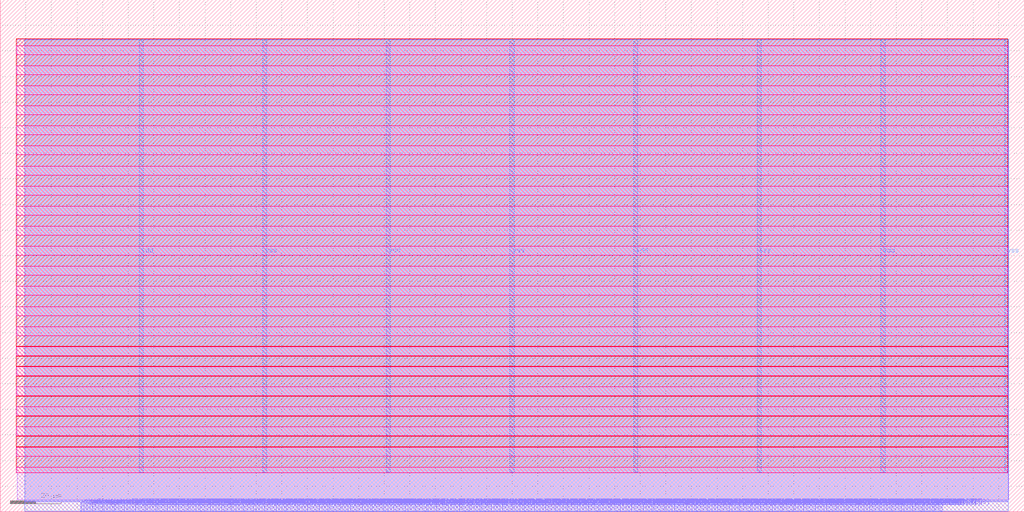
<source format=lef>
VERSION 5.7 ;
  NOWIREEXTENSIONATPIN ON ;
  DIVIDERCHAR "/" ;
  BUSBITCHARS "[]" ;
MACRO user_proj_example
  CLASS BLOCK ;
  FOREIGN user_proj_example ;
  ORIGIN 0.000 0.000 ;
  SIZE 400.000 BY 200.000 ;
  PIN irq[0]
    DIRECTION OUTPUT TRISTATE ;
    USE SIGNAL ;
    ANTENNADIFFAREA 0.360800 ;
    PORT
      LAYER Metal2 ;
        RECT 365.120 0.000 365.680 4.000 ;
    END
  END irq[0]
  PIN irq[1]
    DIRECTION OUTPUT TRISTATE ;
    USE SIGNAL ;
    ANTENNADIFFAREA 0.360800 ;
    PORT
      LAYER Metal2 ;
        RECT 366.240 0.000 366.800 4.000 ;
    END
  END irq[1]
  PIN irq[2]
    DIRECTION OUTPUT TRISTATE ;
    USE SIGNAL ;
    ANTENNADIFFAREA 0.360800 ;
    PORT
      LAYER Metal2 ;
        RECT 367.360 0.000 367.920 4.000 ;
    END
  END irq[2]
  PIN la_data_in[0]
    DIRECTION INPUT ;
    USE SIGNAL ;
    PORT
      LAYER Metal2 ;
        RECT 150.080 0.000 150.640 4.000 ;
    END
  END la_data_in[0]
  PIN la_data_in[10]
    DIRECTION INPUT ;
    USE SIGNAL ;
    PORT
      LAYER Metal2 ;
        RECT 183.680 0.000 184.240 4.000 ;
    END
  END la_data_in[10]
  PIN la_data_in[11]
    DIRECTION INPUT ;
    USE SIGNAL ;
    PORT
      LAYER Metal2 ;
        RECT 187.040 0.000 187.600 4.000 ;
    END
  END la_data_in[11]
  PIN la_data_in[12]
    DIRECTION INPUT ;
    USE SIGNAL ;
    PORT
      LAYER Metal2 ;
        RECT 190.400 0.000 190.960 4.000 ;
    END
  END la_data_in[12]
  PIN la_data_in[13]
    DIRECTION INPUT ;
    USE SIGNAL ;
    PORT
      LAYER Metal2 ;
        RECT 193.760 0.000 194.320 4.000 ;
    END
  END la_data_in[13]
  PIN la_data_in[14]
    DIRECTION INPUT ;
    USE SIGNAL ;
    PORT
      LAYER Metal2 ;
        RECT 197.120 0.000 197.680 4.000 ;
    END
  END la_data_in[14]
  PIN la_data_in[15]
    DIRECTION INPUT ;
    USE SIGNAL ;
    PORT
      LAYER Metal2 ;
        RECT 200.480 0.000 201.040 4.000 ;
    END
  END la_data_in[15]
  PIN la_data_in[16]
    DIRECTION INPUT ;
    USE SIGNAL ;
    PORT
      LAYER Metal2 ;
        RECT 203.840 0.000 204.400 4.000 ;
    END
  END la_data_in[16]
  PIN la_data_in[17]
    DIRECTION INPUT ;
    USE SIGNAL ;
    PORT
      LAYER Metal2 ;
        RECT 207.200 0.000 207.760 4.000 ;
    END
  END la_data_in[17]
  PIN la_data_in[18]
    DIRECTION INPUT ;
    USE SIGNAL ;
    PORT
      LAYER Metal2 ;
        RECT 210.560 0.000 211.120 4.000 ;
    END
  END la_data_in[18]
  PIN la_data_in[19]
    DIRECTION INPUT ;
    USE SIGNAL ;
    PORT
      LAYER Metal2 ;
        RECT 213.920 0.000 214.480 4.000 ;
    END
  END la_data_in[19]
  PIN la_data_in[1]
    DIRECTION INPUT ;
    USE SIGNAL ;
    PORT
      LAYER Metal2 ;
        RECT 153.440 0.000 154.000 4.000 ;
    END
  END la_data_in[1]
  PIN la_data_in[20]
    DIRECTION INPUT ;
    USE SIGNAL ;
    PORT
      LAYER Metal2 ;
        RECT 217.280 0.000 217.840 4.000 ;
    END
  END la_data_in[20]
  PIN la_data_in[21]
    DIRECTION INPUT ;
    USE SIGNAL ;
    PORT
      LAYER Metal2 ;
        RECT 220.640 0.000 221.200 4.000 ;
    END
  END la_data_in[21]
  PIN la_data_in[22]
    DIRECTION INPUT ;
    USE SIGNAL ;
    PORT
      LAYER Metal2 ;
        RECT 224.000 0.000 224.560 4.000 ;
    END
  END la_data_in[22]
  PIN la_data_in[23]
    DIRECTION INPUT ;
    USE SIGNAL ;
    PORT
      LAYER Metal2 ;
        RECT 227.360 0.000 227.920 4.000 ;
    END
  END la_data_in[23]
  PIN la_data_in[24]
    DIRECTION INPUT ;
    USE SIGNAL ;
    PORT
      LAYER Metal2 ;
        RECT 230.720 0.000 231.280 4.000 ;
    END
  END la_data_in[24]
  PIN la_data_in[25]
    DIRECTION INPUT ;
    USE SIGNAL ;
    PORT
      LAYER Metal2 ;
        RECT 234.080 0.000 234.640 4.000 ;
    END
  END la_data_in[25]
  PIN la_data_in[26]
    DIRECTION INPUT ;
    USE SIGNAL ;
    PORT
      LAYER Metal2 ;
        RECT 237.440 0.000 238.000 4.000 ;
    END
  END la_data_in[26]
  PIN la_data_in[27]
    DIRECTION INPUT ;
    USE SIGNAL ;
    PORT
      LAYER Metal2 ;
        RECT 240.800 0.000 241.360 4.000 ;
    END
  END la_data_in[27]
  PIN la_data_in[28]
    DIRECTION INPUT ;
    USE SIGNAL ;
    PORT
      LAYER Metal2 ;
        RECT 244.160 0.000 244.720 4.000 ;
    END
  END la_data_in[28]
  PIN la_data_in[29]
    DIRECTION INPUT ;
    USE SIGNAL ;
    PORT
      LAYER Metal2 ;
        RECT 247.520 0.000 248.080 4.000 ;
    END
  END la_data_in[29]
  PIN la_data_in[2]
    DIRECTION INPUT ;
    USE SIGNAL ;
    PORT
      LAYER Metal2 ;
        RECT 156.800 0.000 157.360 4.000 ;
    END
  END la_data_in[2]
  PIN la_data_in[30]
    DIRECTION INPUT ;
    USE SIGNAL ;
    PORT
      LAYER Metal2 ;
        RECT 250.880 0.000 251.440 4.000 ;
    END
  END la_data_in[30]
  PIN la_data_in[31]
    DIRECTION INPUT ;
    USE SIGNAL ;
    PORT
      LAYER Metal2 ;
        RECT 254.240 0.000 254.800 4.000 ;
    END
  END la_data_in[31]
  PIN la_data_in[32]
    DIRECTION INPUT ;
    USE SIGNAL ;
    PORT
      LAYER Metal2 ;
        RECT 257.600 0.000 258.160 4.000 ;
    END
  END la_data_in[32]
  PIN la_data_in[33]
    DIRECTION INPUT ;
    USE SIGNAL ;
    PORT
      LAYER Metal2 ;
        RECT 260.960 0.000 261.520 4.000 ;
    END
  END la_data_in[33]
  PIN la_data_in[34]
    DIRECTION INPUT ;
    USE SIGNAL ;
    PORT
      LAYER Metal2 ;
        RECT 264.320 0.000 264.880 4.000 ;
    END
  END la_data_in[34]
  PIN la_data_in[35]
    DIRECTION INPUT ;
    USE SIGNAL ;
    PORT
      LAYER Metal2 ;
        RECT 267.680 0.000 268.240 4.000 ;
    END
  END la_data_in[35]
  PIN la_data_in[36]
    DIRECTION INPUT ;
    USE SIGNAL ;
    PORT
      LAYER Metal2 ;
        RECT 271.040 0.000 271.600 4.000 ;
    END
  END la_data_in[36]
  PIN la_data_in[37]
    DIRECTION INPUT ;
    USE SIGNAL ;
    PORT
      LAYER Metal2 ;
        RECT 274.400 0.000 274.960 4.000 ;
    END
  END la_data_in[37]
  PIN la_data_in[38]
    DIRECTION INPUT ;
    USE SIGNAL ;
    PORT
      LAYER Metal2 ;
        RECT 277.760 0.000 278.320 4.000 ;
    END
  END la_data_in[38]
  PIN la_data_in[39]
    DIRECTION INPUT ;
    USE SIGNAL ;
    PORT
      LAYER Metal2 ;
        RECT 281.120 0.000 281.680 4.000 ;
    END
  END la_data_in[39]
  PIN la_data_in[3]
    DIRECTION INPUT ;
    USE SIGNAL ;
    PORT
      LAYER Metal2 ;
        RECT 160.160 0.000 160.720 4.000 ;
    END
  END la_data_in[3]
  PIN la_data_in[40]
    DIRECTION INPUT ;
    USE SIGNAL ;
    PORT
      LAYER Metal2 ;
        RECT 284.480 0.000 285.040 4.000 ;
    END
  END la_data_in[40]
  PIN la_data_in[41]
    DIRECTION INPUT ;
    USE SIGNAL ;
    PORT
      LAYER Metal2 ;
        RECT 287.840 0.000 288.400 4.000 ;
    END
  END la_data_in[41]
  PIN la_data_in[42]
    DIRECTION INPUT ;
    USE SIGNAL ;
    PORT
      LAYER Metal2 ;
        RECT 291.200 0.000 291.760 4.000 ;
    END
  END la_data_in[42]
  PIN la_data_in[43]
    DIRECTION INPUT ;
    USE SIGNAL ;
    PORT
      LAYER Metal2 ;
        RECT 294.560 0.000 295.120 4.000 ;
    END
  END la_data_in[43]
  PIN la_data_in[44]
    DIRECTION INPUT ;
    USE SIGNAL ;
    PORT
      LAYER Metal2 ;
        RECT 297.920 0.000 298.480 4.000 ;
    END
  END la_data_in[44]
  PIN la_data_in[45]
    DIRECTION INPUT ;
    USE SIGNAL ;
    PORT
      LAYER Metal2 ;
        RECT 301.280 0.000 301.840 4.000 ;
    END
  END la_data_in[45]
  PIN la_data_in[46]
    DIRECTION INPUT ;
    USE SIGNAL ;
    ANTENNAGATEAREA 0.396000 ;
    ANTENNADIFFAREA 0.410400 ;
    PORT
      LAYER Metal2 ;
        RECT 304.640 0.000 305.200 4.000 ;
    END
  END la_data_in[46]
  PIN la_data_in[47]
    DIRECTION INPUT ;
    USE SIGNAL ;
    ANTENNAGATEAREA 0.396000 ;
    ANTENNADIFFAREA 0.410400 ;
    PORT
      LAYER Metal2 ;
        RECT 308.000 0.000 308.560 4.000 ;
    END
  END la_data_in[47]
  PIN la_data_in[48]
    DIRECTION INPUT ;
    USE SIGNAL ;
    ANTENNAGATEAREA 0.396000 ;
    ANTENNADIFFAREA 0.410400 ;
    PORT
      LAYER Metal2 ;
        RECT 311.360 0.000 311.920 4.000 ;
    END
  END la_data_in[48]
  PIN la_data_in[49]
    DIRECTION INPUT ;
    USE SIGNAL ;
    ANTENNAGATEAREA 0.396000 ;
    ANTENNADIFFAREA 0.410400 ;
    PORT
      LAYER Metal2 ;
        RECT 314.720 0.000 315.280 4.000 ;
    END
  END la_data_in[49]
  PIN la_data_in[4]
    DIRECTION INPUT ;
    USE SIGNAL ;
    PORT
      LAYER Metal2 ;
        RECT 163.520 0.000 164.080 4.000 ;
    END
  END la_data_in[4]
  PIN la_data_in[50]
    DIRECTION INPUT ;
    USE SIGNAL ;
    ANTENNAGATEAREA 0.396000 ;
    ANTENNADIFFAREA 0.410400 ;
    PORT
      LAYER Metal2 ;
        RECT 318.080 0.000 318.640 4.000 ;
    END
  END la_data_in[50]
  PIN la_data_in[51]
    DIRECTION INPUT ;
    USE SIGNAL ;
    ANTENNAGATEAREA 0.396000 ;
    ANTENNADIFFAREA 0.410400 ;
    PORT
      LAYER Metal2 ;
        RECT 321.440 0.000 322.000 4.000 ;
    END
  END la_data_in[51]
  PIN la_data_in[52]
    DIRECTION INPUT ;
    USE SIGNAL ;
    ANTENNAGATEAREA 0.396000 ;
    ANTENNADIFFAREA 0.410400 ;
    PORT
      LAYER Metal2 ;
        RECT 324.800 0.000 325.360 4.000 ;
    END
  END la_data_in[52]
  PIN la_data_in[53]
    DIRECTION INPUT ;
    USE SIGNAL ;
    ANTENNAGATEAREA 0.396000 ;
    ANTENNADIFFAREA 0.410400 ;
    PORT
      LAYER Metal2 ;
        RECT 328.160 0.000 328.720 4.000 ;
    END
  END la_data_in[53]
  PIN la_data_in[54]
    DIRECTION INPUT ;
    USE SIGNAL ;
    ANTENNAGATEAREA 0.396000 ;
    ANTENNADIFFAREA 0.410400 ;
    PORT
      LAYER Metal2 ;
        RECT 331.520 0.000 332.080 4.000 ;
    END
  END la_data_in[54]
  PIN la_data_in[55]
    DIRECTION INPUT ;
    USE SIGNAL ;
    ANTENNAGATEAREA 0.396000 ;
    ANTENNADIFFAREA 0.410400 ;
    PORT
      LAYER Metal2 ;
        RECT 334.880 0.000 335.440 4.000 ;
    END
  END la_data_in[55]
  PIN la_data_in[56]
    DIRECTION INPUT ;
    USE SIGNAL ;
    ANTENNAGATEAREA 0.396000 ;
    ANTENNADIFFAREA 0.410400 ;
    PORT
      LAYER Metal2 ;
        RECT 338.240 0.000 338.800 4.000 ;
    END
  END la_data_in[56]
  PIN la_data_in[57]
    DIRECTION INPUT ;
    USE SIGNAL ;
    ANTENNAGATEAREA 0.396000 ;
    ANTENNADIFFAREA 0.410400 ;
    PORT
      LAYER Metal2 ;
        RECT 341.600 0.000 342.160 4.000 ;
    END
  END la_data_in[57]
  PIN la_data_in[58]
    DIRECTION INPUT ;
    USE SIGNAL ;
    ANTENNAGATEAREA 0.396000 ;
    ANTENNADIFFAREA 0.410400 ;
    PORT
      LAYER Metal2 ;
        RECT 344.960 0.000 345.520 4.000 ;
    END
  END la_data_in[58]
  PIN la_data_in[59]
    DIRECTION INPUT ;
    USE SIGNAL ;
    ANTENNAGATEAREA 0.396000 ;
    ANTENNADIFFAREA 0.410400 ;
    PORT
      LAYER Metal2 ;
        RECT 348.320 0.000 348.880 4.000 ;
    END
  END la_data_in[59]
  PIN la_data_in[5]
    DIRECTION INPUT ;
    USE SIGNAL ;
    PORT
      LAYER Metal2 ;
        RECT 166.880 0.000 167.440 4.000 ;
    END
  END la_data_in[5]
  PIN la_data_in[60]
    DIRECTION INPUT ;
    USE SIGNAL ;
    ANTENNAGATEAREA 0.396000 ;
    ANTENNADIFFAREA 0.410400 ;
    PORT
      LAYER Metal2 ;
        RECT 351.680 0.000 352.240 4.000 ;
    END
  END la_data_in[60]
  PIN la_data_in[61]
    DIRECTION INPUT ;
    USE SIGNAL ;
    ANTENNAGATEAREA 0.396000 ;
    ANTENNADIFFAREA 0.410400 ;
    PORT
      LAYER Metal2 ;
        RECT 355.040 0.000 355.600 4.000 ;
    END
  END la_data_in[61]
  PIN la_data_in[62]
    DIRECTION INPUT ;
    USE SIGNAL ;
    ANTENNAGATEAREA 0.741000 ;
    ANTENNADIFFAREA 0.410400 ;
    PORT
      LAYER Metal2 ;
        RECT 358.400 0.000 358.960 4.000 ;
    END
  END la_data_in[62]
  PIN la_data_in[63]
    DIRECTION INPUT ;
    USE SIGNAL ;
    ANTENNAGATEAREA 0.396000 ;
    ANTENNADIFFAREA 0.410400 ;
    PORT
      LAYER Metal2 ;
        RECT 361.760 0.000 362.320 4.000 ;
    END
  END la_data_in[63]
  PIN la_data_in[6]
    DIRECTION INPUT ;
    USE SIGNAL ;
    PORT
      LAYER Metal2 ;
        RECT 170.240 0.000 170.800 4.000 ;
    END
  END la_data_in[6]
  PIN la_data_in[7]
    DIRECTION INPUT ;
    USE SIGNAL ;
    PORT
      LAYER Metal2 ;
        RECT 173.600 0.000 174.160 4.000 ;
    END
  END la_data_in[7]
  PIN la_data_in[8]
    DIRECTION INPUT ;
    USE SIGNAL ;
    PORT
      LAYER Metal2 ;
        RECT 176.960 0.000 177.520 4.000 ;
    END
  END la_data_in[8]
  PIN la_data_in[9]
    DIRECTION INPUT ;
    USE SIGNAL ;
    PORT
      LAYER Metal2 ;
        RECT 180.320 0.000 180.880 4.000 ;
    END
  END la_data_in[9]
  PIN la_data_out[0]
    DIRECTION OUTPUT TRISTATE ;
    USE SIGNAL ;
    ANTENNADIFFAREA 4.731200 ;
    PORT
      LAYER Metal2 ;
        RECT 151.200 0.000 151.760 4.000 ;
    END
  END la_data_out[0]
  PIN la_data_out[10]
    DIRECTION OUTPUT TRISTATE ;
    USE SIGNAL ;
    ANTENNADIFFAREA 4.731200 ;
    PORT
      LAYER Metal2 ;
        RECT 184.800 0.000 185.360 4.000 ;
    END
  END la_data_out[10]
  PIN la_data_out[11]
    DIRECTION OUTPUT TRISTATE ;
    USE SIGNAL ;
    ANTENNADIFFAREA 4.731200 ;
    PORT
      LAYER Metal2 ;
        RECT 188.160 0.000 188.720 4.000 ;
    END
  END la_data_out[11]
  PIN la_data_out[12]
    DIRECTION OUTPUT TRISTATE ;
    USE SIGNAL ;
    ANTENNADIFFAREA 4.731200 ;
    PORT
      LAYER Metal2 ;
        RECT 191.520 0.000 192.080 4.000 ;
    END
  END la_data_out[12]
  PIN la_data_out[13]
    DIRECTION OUTPUT TRISTATE ;
    USE SIGNAL ;
    ANTENNADIFFAREA 4.731200 ;
    PORT
      LAYER Metal2 ;
        RECT 194.880 0.000 195.440 4.000 ;
    END
  END la_data_out[13]
  PIN la_data_out[14]
    DIRECTION OUTPUT TRISTATE ;
    USE SIGNAL ;
    ANTENNADIFFAREA 4.731200 ;
    PORT
      LAYER Metal2 ;
        RECT 198.240 0.000 198.800 4.000 ;
    END
  END la_data_out[14]
  PIN la_data_out[15]
    DIRECTION OUTPUT TRISTATE ;
    USE SIGNAL ;
    ANTENNADIFFAREA 4.731200 ;
    PORT
      LAYER Metal2 ;
        RECT 201.600 0.000 202.160 4.000 ;
    END
  END la_data_out[15]
  PIN la_data_out[16]
    DIRECTION OUTPUT TRISTATE ;
    USE SIGNAL ;
    ANTENNADIFFAREA 0.360800 ;
    PORT
      LAYER Metal2 ;
        RECT 204.960 0.000 205.520 4.000 ;
    END
  END la_data_out[16]
  PIN la_data_out[17]
    DIRECTION OUTPUT TRISTATE ;
    USE SIGNAL ;
    ANTENNADIFFAREA 0.360800 ;
    PORT
      LAYER Metal2 ;
        RECT 208.320 0.000 208.880 4.000 ;
    END
  END la_data_out[17]
  PIN la_data_out[18]
    DIRECTION OUTPUT TRISTATE ;
    USE SIGNAL ;
    ANTENNADIFFAREA 0.360800 ;
    PORT
      LAYER Metal2 ;
        RECT 211.680 0.000 212.240 4.000 ;
    END
  END la_data_out[18]
  PIN la_data_out[19]
    DIRECTION OUTPUT TRISTATE ;
    USE SIGNAL ;
    ANTENNADIFFAREA 0.360800 ;
    PORT
      LAYER Metal2 ;
        RECT 215.040 0.000 215.600 4.000 ;
    END
  END la_data_out[19]
  PIN la_data_out[1]
    DIRECTION OUTPUT TRISTATE ;
    USE SIGNAL ;
    ANTENNADIFFAREA 4.731200 ;
    PORT
      LAYER Metal2 ;
        RECT 154.560 0.000 155.120 4.000 ;
    END
  END la_data_out[1]
  PIN la_data_out[20]
    DIRECTION OUTPUT TRISTATE ;
    USE SIGNAL ;
    ANTENNADIFFAREA 0.360800 ;
    PORT
      LAYER Metal2 ;
        RECT 218.400 0.000 218.960 4.000 ;
    END
  END la_data_out[20]
  PIN la_data_out[21]
    DIRECTION OUTPUT TRISTATE ;
    USE SIGNAL ;
    ANTENNADIFFAREA 0.360800 ;
    PORT
      LAYER Metal2 ;
        RECT 221.760 0.000 222.320 4.000 ;
    END
  END la_data_out[21]
  PIN la_data_out[22]
    DIRECTION OUTPUT TRISTATE ;
    USE SIGNAL ;
    ANTENNADIFFAREA 0.360800 ;
    PORT
      LAYER Metal2 ;
        RECT 225.120 0.000 225.680 4.000 ;
    END
  END la_data_out[22]
  PIN la_data_out[23]
    DIRECTION OUTPUT TRISTATE ;
    USE SIGNAL ;
    ANTENNADIFFAREA 0.360800 ;
    PORT
      LAYER Metal2 ;
        RECT 228.480 0.000 229.040 4.000 ;
    END
  END la_data_out[23]
  PIN la_data_out[24]
    DIRECTION OUTPUT TRISTATE ;
    USE SIGNAL ;
    ANTENNADIFFAREA 0.360800 ;
    PORT
      LAYER Metal2 ;
        RECT 231.840 0.000 232.400 4.000 ;
    END
  END la_data_out[24]
  PIN la_data_out[25]
    DIRECTION OUTPUT TRISTATE ;
    USE SIGNAL ;
    ANTENNADIFFAREA 0.360800 ;
    PORT
      LAYER Metal2 ;
        RECT 235.200 0.000 235.760 4.000 ;
    END
  END la_data_out[25]
  PIN la_data_out[26]
    DIRECTION OUTPUT TRISTATE ;
    USE SIGNAL ;
    ANTENNADIFFAREA 0.360800 ;
    PORT
      LAYER Metal2 ;
        RECT 238.560 0.000 239.120 4.000 ;
    END
  END la_data_out[26]
  PIN la_data_out[27]
    DIRECTION OUTPUT TRISTATE ;
    USE SIGNAL ;
    ANTENNADIFFAREA 0.360800 ;
    PORT
      LAYER Metal2 ;
        RECT 241.920 0.000 242.480 4.000 ;
    END
  END la_data_out[27]
  PIN la_data_out[28]
    DIRECTION OUTPUT TRISTATE ;
    USE SIGNAL ;
    ANTENNADIFFAREA 0.360800 ;
    PORT
      LAYER Metal2 ;
        RECT 245.280 0.000 245.840 4.000 ;
    END
  END la_data_out[28]
  PIN la_data_out[29]
    DIRECTION OUTPUT TRISTATE ;
    USE SIGNAL ;
    ANTENNADIFFAREA 0.360800 ;
    PORT
      LAYER Metal2 ;
        RECT 248.640 0.000 249.200 4.000 ;
    END
  END la_data_out[29]
  PIN la_data_out[2]
    DIRECTION OUTPUT TRISTATE ;
    USE SIGNAL ;
    ANTENNADIFFAREA 4.731200 ;
    PORT
      LAYER Metal2 ;
        RECT 157.920 0.000 158.480 4.000 ;
    END
  END la_data_out[2]
  PIN la_data_out[30]
    DIRECTION OUTPUT TRISTATE ;
    USE SIGNAL ;
    ANTENNADIFFAREA 0.360800 ;
    PORT
      LAYER Metal2 ;
        RECT 252.000 0.000 252.560 4.000 ;
    END
  END la_data_out[30]
  PIN la_data_out[31]
    DIRECTION OUTPUT TRISTATE ;
    USE SIGNAL ;
    ANTENNADIFFAREA 0.360800 ;
    PORT
      LAYER Metal2 ;
        RECT 255.360 0.000 255.920 4.000 ;
    END
  END la_data_out[31]
  PIN la_data_out[32]
    DIRECTION OUTPUT TRISTATE ;
    USE SIGNAL ;
    ANTENNADIFFAREA 0.360800 ;
    PORT
      LAYER Metal2 ;
        RECT 258.720 0.000 259.280 4.000 ;
    END
  END la_data_out[32]
  PIN la_data_out[33]
    DIRECTION OUTPUT TRISTATE ;
    USE SIGNAL ;
    ANTENNADIFFAREA 0.360800 ;
    PORT
      LAYER Metal2 ;
        RECT 262.080 0.000 262.640 4.000 ;
    END
  END la_data_out[33]
  PIN la_data_out[34]
    DIRECTION OUTPUT TRISTATE ;
    USE SIGNAL ;
    ANTENNADIFFAREA 0.360800 ;
    PORT
      LAYER Metal2 ;
        RECT 265.440 0.000 266.000 4.000 ;
    END
  END la_data_out[34]
  PIN la_data_out[35]
    DIRECTION OUTPUT TRISTATE ;
    USE SIGNAL ;
    ANTENNADIFFAREA 0.360800 ;
    PORT
      LAYER Metal2 ;
        RECT 268.800 0.000 269.360 4.000 ;
    END
  END la_data_out[35]
  PIN la_data_out[36]
    DIRECTION OUTPUT TRISTATE ;
    USE SIGNAL ;
    ANTENNADIFFAREA 0.360800 ;
    PORT
      LAYER Metal2 ;
        RECT 272.160 0.000 272.720 4.000 ;
    END
  END la_data_out[36]
  PIN la_data_out[37]
    DIRECTION OUTPUT TRISTATE ;
    USE SIGNAL ;
    ANTENNADIFFAREA 0.360800 ;
    PORT
      LAYER Metal2 ;
        RECT 275.520 0.000 276.080 4.000 ;
    END
  END la_data_out[37]
  PIN la_data_out[38]
    DIRECTION OUTPUT TRISTATE ;
    USE SIGNAL ;
    ANTENNADIFFAREA 0.360800 ;
    PORT
      LAYER Metal2 ;
        RECT 278.880 0.000 279.440 4.000 ;
    END
  END la_data_out[38]
  PIN la_data_out[39]
    DIRECTION OUTPUT TRISTATE ;
    USE SIGNAL ;
    ANTENNADIFFAREA 0.360800 ;
    PORT
      LAYER Metal2 ;
        RECT 282.240 0.000 282.800 4.000 ;
    END
  END la_data_out[39]
  PIN la_data_out[3]
    DIRECTION OUTPUT TRISTATE ;
    USE SIGNAL ;
    ANTENNADIFFAREA 4.731200 ;
    PORT
      LAYER Metal2 ;
        RECT 161.280 0.000 161.840 4.000 ;
    END
  END la_data_out[3]
  PIN la_data_out[40]
    DIRECTION OUTPUT TRISTATE ;
    USE SIGNAL ;
    ANTENNADIFFAREA 0.360800 ;
    PORT
      LAYER Metal2 ;
        RECT 285.600 0.000 286.160 4.000 ;
    END
  END la_data_out[40]
  PIN la_data_out[41]
    DIRECTION OUTPUT TRISTATE ;
    USE SIGNAL ;
    ANTENNADIFFAREA 0.360800 ;
    PORT
      LAYER Metal2 ;
        RECT 288.960 0.000 289.520 4.000 ;
    END
  END la_data_out[41]
  PIN la_data_out[42]
    DIRECTION OUTPUT TRISTATE ;
    USE SIGNAL ;
    ANTENNADIFFAREA 0.360800 ;
    PORT
      LAYER Metal2 ;
        RECT 292.320 0.000 292.880 4.000 ;
    END
  END la_data_out[42]
  PIN la_data_out[43]
    DIRECTION OUTPUT TRISTATE ;
    USE SIGNAL ;
    ANTENNADIFFAREA 0.360800 ;
    PORT
      LAYER Metal2 ;
        RECT 295.680 0.000 296.240 4.000 ;
    END
  END la_data_out[43]
  PIN la_data_out[44]
    DIRECTION OUTPUT TRISTATE ;
    USE SIGNAL ;
    ANTENNADIFFAREA 0.360800 ;
    PORT
      LAYER Metal2 ;
        RECT 299.040 0.000 299.600 4.000 ;
    END
  END la_data_out[44]
  PIN la_data_out[45]
    DIRECTION OUTPUT TRISTATE ;
    USE SIGNAL ;
    ANTENNADIFFAREA 0.360800 ;
    PORT
      LAYER Metal2 ;
        RECT 302.400 0.000 302.960 4.000 ;
    END
  END la_data_out[45]
  PIN la_data_out[46]
    DIRECTION OUTPUT TRISTATE ;
    USE SIGNAL ;
    ANTENNADIFFAREA 0.360800 ;
    PORT
      LAYER Metal2 ;
        RECT 305.760 0.000 306.320 4.000 ;
    END
  END la_data_out[46]
  PIN la_data_out[47]
    DIRECTION OUTPUT TRISTATE ;
    USE SIGNAL ;
    ANTENNADIFFAREA 0.360800 ;
    PORT
      LAYER Metal2 ;
        RECT 309.120 0.000 309.680 4.000 ;
    END
  END la_data_out[47]
  PIN la_data_out[48]
    DIRECTION OUTPUT TRISTATE ;
    USE SIGNAL ;
    ANTENNADIFFAREA 0.360800 ;
    PORT
      LAYER Metal2 ;
        RECT 312.480 0.000 313.040 4.000 ;
    END
  END la_data_out[48]
  PIN la_data_out[49]
    DIRECTION OUTPUT TRISTATE ;
    USE SIGNAL ;
    ANTENNADIFFAREA 0.360800 ;
    PORT
      LAYER Metal2 ;
        RECT 315.840 0.000 316.400 4.000 ;
    END
  END la_data_out[49]
  PIN la_data_out[4]
    DIRECTION OUTPUT TRISTATE ;
    USE SIGNAL ;
    ANTENNADIFFAREA 4.731200 ;
    PORT
      LAYER Metal2 ;
        RECT 164.640 0.000 165.200 4.000 ;
    END
  END la_data_out[4]
  PIN la_data_out[50]
    DIRECTION OUTPUT TRISTATE ;
    USE SIGNAL ;
    ANTENNADIFFAREA 0.360800 ;
    PORT
      LAYER Metal2 ;
        RECT 319.200 0.000 319.760 4.000 ;
    END
  END la_data_out[50]
  PIN la_data_out[51]
    DIRECTION OUTPUT TRISTATE ;
    USE SIGNAL ;
    ANTENNADIFFAREA 0.360800 ;
    PORT
      LAYER Metal2 ;
        RECT 322.560 0.000 323.120 4.000 ;
    END
  END la_data_out[51]
  PIN la_data_out[52]
    DIRECTION OUTPUT TRISTATE ;
    USE SIGNAL ;
    ANTENNADIFFAREA 0.360800 ;
    PORT
      LAYER Metal2 ;
        RECT 325.920 0.000 326.480 4.000 ;
    END
  END la_data_out[52]
  PIN la_data_out[53]
    DIRECTION OUTPUT TRISTATE ;
    USE SIGNAL ;
    ANTENNADIFFAREA 0.360800 ;
    PORT
      LAYER Metal2 ;
        RECT 329.280 0.000 329.840 4.000 ;
    END
  END la_data_out[53]
  PIN la_data_out[54]
    DIRECTION OUTPUT TRISTATE ;
    USE SIGNAL ;
    ANTENNADIFFAREA 0.360800 ;
    PORT
      LAYER Metal2 ;
        RECT 332.640 0.000 333.200 4.000 ;
    END
  END la_data_out[54]
  PIN la_data_out[55]
    DIRECTION OUTPUT TRISTATE ;
    USE SIGNAL ;
    ANTENNADIFFAREA 0.360800 ;
    PORT
      LAYER Metal2 ;
        RECT 336.000 0.000 336.560 4.000 ;
    END
  END la_data_out[55]
  PIN la_data_out[56]
    DIRECTION OUTPUT TRISTATE ;
    USE SIGNAL ;
    ANTENNADIFFAREA 0.360800 ;
    PORT
      LAYER Metal2 ;
        RECT 339.360 0.000 339.920 4.000 ;
    END
  END la_data_out[56]
  PIN la_data_out[57]
    DIRECTION OUTPUT TRISTATE ;
    USE SIGNAL ;
    ANTENNADIFFAREA 0.360800 ;
    PORT
      LAYER Metal2 ;
        RECT 342.720 0.000 343.280 4.000 ;
    END
  END la_data_out[57]
  PIN la_data_out[58]
    DIRECTION OUTPUT TRISTATE ;
    USE SIGNAL ;
    ANTENNADIFFAREA 0.360800 ;
    PORT
      LAYER Metal2 ;
        RECT 346.080 0.000 346.640 4.000 ;
    END
  END la_data_out[58]
  PIN la_data_out[59]
    DIRECTION OUTPUT TRISTATE ;
    USE SIGNAL ;
    ANTENNADIFFAREA 0.360800 ;
    PORT
      LAYER Metal2 ;
        RECT 349.440 0.000 350.000 4.000 ;
    END
  END la_data_out[59]
  PIN la_data_out[5]
    DIRECTION OUTPUT TRISTATE ;
    USE SIGNAL ;
    ANTENNADIFFAREA 4.731200 ;
    PORT
      LAYER Metal2 ;
        RECT 168.000 0.000 168.560 4.000 ;
    END
  END la_data_out[5]
  PIN la_data_out[60]
    DIRECTION OUTPUT TRISTATE ;
    USE SIGNAL ;
    ANTENNADIFFAREA 0.360800 ;
    PORT
      LAYER Metal2 ;
        RECT 352.800 0.000 353.360 4.000 ;
    END
  END la_data_out[60]
  PIN la_data_out[61]
    DIRECTION OUTPUT TRISTATE ;
    USE SIGNAL ;
    ANTENNADIFFAREA 0.360800 ;
    PORT
      LAYER Metal2 ;
        RECT 356.160 0.000 356.720 4.000 ;
    END
  END la_data_out[61]
  PIN la_data_out[62]
    DIRECTION OUTPUT TRISTATE ;
    USE SIGNAL ;
    ANTENNADIFFAREA 0.360800 ;
    PORT
      LAYER Metal2 ;
        RECT 359.520 0.000 360.080 4.000 ;
    END
  END la_data_out[62]
  PIN la_data_out[63]
    DIRECTION OUTPUT TRISTATE ;
    USE SIGNAL ;
    ANTENNADIFFAREA 0.360800 ;
    PORT
      LAYER Metal2 ;
        RECT 362.880 0.000 363.440 4.000 ;
    END
  END la_data_out[63]
  PIN la_data_out[6]
    DIRECTION OUTPUT TRISTATE ;
    USE SIGNAL ;
    ANTENNADIFFAREA 4.731200 ;
    PORT
      LAYER Metal2 ;
        RECT 171.360 0.000 171.920 4.000 ;
    END
  END la_data_out[6]
  PIN la_data_out[7]
    DIRECTION OUTPUT TRISTATE ;
    USE SIGNAL ;
    ANTENNADIFFAREA 4.731200 ;
    PORT
      LAYER Metal2 ;
        RECT 174.720 0.000 175.280 4.000 ;
    END
  END la_data_out[7]
  PIN la_data_out[8]
    DIRECTION OUTPUT TRISTATE ;
    USE SIGNAL ;
    ANTENNADIFFAREA 4.731200 ;
    PORT
      LAYER Metal2 ;
        RECT 178.080 0.000 178.640 4.000 ;
    END
  END la_data_out[8]
  PIN la_data_out[9]
    DIRECTION OUTPUT TRISTATE ;
    USE SIGNAL ;
    ANTENNADIFFAREA 4.731200 ;
    PORT
      LAYER Metal2 ;
        RECT 181.440 0.000 182.000 4.000 ;
    END
  END la_data_out[9]
  PIN la_oenb[0]
    DIRECTION INPUT ;
    USE SIGNAL ;
    PORT
      LAYER Metal2 ;
        RECT 152.320 0.000 152.880 4.000 ;
    END
  END la_oenb[0]
  PIN la_oenb[10]
    DIRECTION INPUT ;
    USE SIGNAL ;
    PORT
      LAYER Metal2 ;
        RECT 185.920 0.000 186.480 4.000 ;
    END
  END la_oenb[10]
  PIN la_oenb[11]
    DIRECTION INPUT ;
    USE SIGNAL ;
    PORT
      LAYER Metal2 ;
        RECT 189.280 0.000 189.840 4.000 ;
    END
  END la_oenb[11]
  PIN la_oenb[12]
    DIRECTION INPUT ;
    USE SIGNAL ;
    PORT
      LAYER Metal2 ;
        RECT 192.640 0.000 193.200 4.000 ;
    END
  END la_oenb[12]
  PIN la_oenb[13]
    DIRECTION INPUT ;
    USE SIGNAL ;
    PORT
      LAYER Metal2 ;
        RECT 196.000 0.000 196.560 4.000 ;
    END
  END la_oenb[13]
  PIN la_oenb[14]
    DIRECTION INPUT ;
    USE SIGNAL ;
    PORT
      LAYER Metal2 ;
        RECT 199.360 0.000 199.920 4.000 ;
    END
  END la_oenb[14]
  PIN la_oenb[15]
    DIRECTION INPUT ;
    USE SIGNAL ;
    PORT
      LAYER Metal2 ;
        RECT 202.720 0.000 203.280 4.000 ;
    END
  END la_oenb[15]
  PIN la_oenb[16]
    DIRECTION INPUT ;
    USE SIGNAL ;
    PORT
      LAYER Metal2 ;
        RECT 206.080 0.000 206.640 4.000 ;
    END
  END la_oenb[16]
  PIN la_oenb[17]
    DIRECTION INPUT ;
    USE SIGNAL ;
    PORT
      LAYER Metal2 ;
        RECT 209.440 0.000 210.000 4.000 ;
    END
  END la_oenb[17]
  PIN la_oenb[18]
    DIRECTION INPUT ;
    USE SIGNAL ;
    PORT
      LAYER Metal2 ;
        RECT 212.800 0.000 213.360 4.000 ;
    END
  END la_oenb[18]
  PIN la_oenb[19]
    DIRECTION INPUT ;
    USE SIGNAL ;
    PORT
      LAYER Metal2 ;
        RECT 216.160 0.000 216.720 4.000 ;
    END
  END la_oenb[19]
  PIN la_oenb[1]
    DIRECTION INPUT ;
    USE SIGNAL ;
    PORT
      LAYER Metal2 ;
        RECT 155.680 0.000 156.240 4.000 ;
    END
  END la_oenb[1]
  PIN la_oenb[20]
    DIRECTION INPUT ;
    USE SIGNAL ;
    PORT
      LAYER Metal2 ;
        RECT 219.520 0.000 220.080 4.000 ;
    END
  END la_oenb[20]
  PIN la_oenb[21]
    DIRECTION INPUT ;
    USE SIGNAL ;
    PORT
      LAYER Metal2 ;
        RECT 222.880 0.000 223.440 4.000 ;
    END
  END la_oenb[21]
  PIN la_oenb[22]
    DIRECTION INPUT ;
    USE SIGNAL ;
    PORT
      LAYER Metal2 ;
        RECT 226.240 0.000 226.800 4.000 ;
    END
  END la_oenb[22]
  PIN la_oenb[23]
    DIRECTION INPUT ;
    USE SIGNAL ;
    PORT
      LAYER Metal2 ;
        RECT 229.600 0.000 230.160 4.000 ;
    END
  END la_oenb[23]
  PIN la_oenb[24]
    DIRECTION INPUT ;
    USE SIGNAL ;
    PORT
      LAYER Metal2 ;
        RECT 232.960 0.000 233.520 4.000 ;
    END
  END la_oenb[24]
  PIN la_oenb[25]
    DIRECTION INPUT ;
    USE SIGNAL ;
    PORT
      LAYER Metal2 ;
        RECT 236.320 0.000 236.880 4.000 ;
    END
  END la_oenb[25]
  PIN la_oenb[26]
    DIRECTION INPUT ;
    USE SIGNAL ;
    PORT
      LAYER Metal2 ;
        RECT 239.680 0.000 240.240 4.000 ;
    END
  END la_oenb[26]
  PIN la_oenb[27]
    DIRECTION INPUT ;
    USE SIGNAL ;
    PORT
      LAYER Metal2 ;
        RECT 243.040 0.000 243.600 4.000 ;
    END
  END la_oenb[27]
  PIN la_oenb[28]
    DIRECTION INPUT ;
    USE SIGNAL ;
    PORT
      LAYER Metal2 ;
        RECT 246.400 0.000 246.960 4.000 ;
    END
  END la_oenb[28]
  PIN la_oenb[29]
    DIRECTION INPUT ;
    USE SIGNAL ;
    PORT
      LAYER Metal2 ;
        RECT 249.760 0.000 250.320 4.000 ;
    END
  END la_oenb[29]
  PIN la_oenb[2]
    DIRECTION INPUT ;
    USE SIGNAL ;
    PORT
      LAYER Metal2 ;
        RECT 159.040 0.000 159.600 4.000 ;
    END
  END la_oenb[2]
  PIN la_oenb[30]
    DIRECTION INPUT ;
    USE SIGNAL ;
    PORT
      LAYER Metal2 ;
        RECT 253.120 0.000 253.680 4.000 ;
    END
  END la_oenb[30]
  PIN la_oenb[31]
    DIRECTION INPUT ;
    USE SIGNAL ;
    PORT
      LAYER Metal2 ;
        RECT 256.480 0.000 257.040 4.000 ;
    END
  END la_oenb[31]
  PIN la_oenb[32]
    DIRECTION INPUT ;
    USE SIGNAL ;
    PORT
      LAYER Metal2 ;
        RECT 259.840 0.000 260.400 4.000 ;
    END
  END la_oenb[32]
  PIN la_oenb[33]
    DIRECTION INPUT ;
    USE SIGNAL ;
    PORT
      LAYER Metal2 ;
        RECT 263.200 0.000 263.760 4.000 ;
    END
  END la_oenb[33]
  PIN la_oenb[34]
    DIRECTION INPUT ;
    USE SIGNAL ;
    PORT
      LAYER Metal2 ;
        RECT 266.560 0.000 267.120 4.000 ;
    END
  END la_oenb[34]
  PIN la_oenb[35]
    DIRECTION INPUT ;
    USE SIGNAL ;
    PORT
      LAYER Metal2 ;
        RECT 269.920 0.000 270.480 4.000 ;
    END
  END la_oenb[35]
  PIN la_oenb[36]
    DIRECTION INPUT ;
    USE SIGNAL ;
    PORT
      LAYER Metal2 ;
        RECT 273.280 0.000 273.840 4.000 ;
    END
  END la_oenb[36]
  PIN la_oenb[37]
    DIRECTION INPUT ;
    USE SIGNAL ;
    PORT
      LAYER Metal2 ;
        RECT 276.640 0.000 277.200 4.000 ;
    END
  END la_oenb[37]
  PIN la_oenb[38]
    DIRECTION INPUT ;
    USE SIGNAL ;
    PORT
      LAYER Metal2 ;
        RECT 280.000 0.000 280.560 4.000 ;
    END
  END la_oenb[38]
  PIN la_oenb[39]
    DIRECTION INPUT ;
    USE SIGNAL ;
    PORT
      LAYER Metal2 ;
        RECT 283.360 0.000 283.920 4.000 ;
    END
  END la_oenb[39]
  PIN la_oenb[3]
    DIRECTION INPUT ;
    USE SIGNAL ;
    PORT
      LAYER Metal2 ;
        RECT 162.400 0.000 162.960 4.000 ;
    END
  END la_oenb[3]
  PIN la_oenb[40]
    DIRECTION INPUT ;
    USE SIGNAL ;
    PORT
      LAYER Metal2 ;
        RECT 286.720 0.000 287.280 4.000 ;
    END
  END la_oenb[40]
  PIN la_oenb[41]
    DIRECTION INPUT ;
    USE SIGNAL ;
    PORT
      LAYER Metal2 ;
        RECT 290.080 0.000 290.640 4.000 ;
    END
  END la_oenb[41]
  PIN la_oenb[42]
    DIRECTION INPUT ;
    USE SIGNAL ;
    PORT
      LAYER Metal2 ;
        RECT 293.440 0.000 294.000 4.000 ;
    END
  END la_oenb[42]
  PIN la_oenb[43]
    DIRECTION INPUT ;
    USE SIGNAL ;
    PORT
      LAYER Metal2 ;
        RECT 296.800 0.000 297.360 4.000 ;
    END
  END la_oenb[43]
  PIN la_oenb[44]
    DIRECTION INPUT ;
    USE SIGNAL ;
    PORT
      LAYER Metal2 ;
        RECT 300.160 0.000 300.720 4.000 ;
    END
  END la_oenb[44]
  PIN la_oenb[45]
    DIRECTION INPUT ;
    USE SIGNAL ;
    PORT
      LAYER Metal2 ;
        RECT 303.520 0.000 304.080 4.000 ;
    END
  END la_oenb[45]
  PIN la_oenb[46]
    DIRECTION INPUT ;
    USE SIGNAL ;
    ANTENNAGATEAREA 0.396000 ;
    ANTENNADIFFAREA 0.410400 ;
    PORT
      LAYER Metal2 ;
        RECT 306.880 0.000 307.440 4.000 ;
    END
  END la_oenb[46]
  PIN la_oenb[47]
    DIRECTION INPUT ;
    USE SIGNAL ;
    ANTENNAGATEAREA 0.396000 ;
    ANTENNADIFFAREA 0.410400 ;
    PORT
      LAYER Metal2 ;
        RECT 310.240 0.000 310.800 4.000 ;
    END
  END la_oenb[47]
  PIN la_oenb[48]
    DIRECTION INPUT ;
    USE SIGNAL ;
    ANTENNAGATEAREA 0.396000 ;
    ANTENNADIFFAREA 0.410400 ;
    PORT
      LAYER Metal2 ;
        RECT 313.600 0.000 314.160 4.000 ;
    END
  END la_oenb[48]
  PIN la_oenb[49]
    DIRECTION INPUT ;
    USE SIGNAL ;
    ANTENNAGATEAREA 0.396000 ;
    ANTENNADIFFAREA 0.410400 ;
    PORT
      LAYER Metal2 ;
        RECT 316.960 0.000 317.520 4.000 ;
    END
  END la_oenb[49]
  PIN la_oenb[4]
    DIRECTION INPUT ;
    USE SIGNAL ;
    PORT
      LAYER Metal2 ;
        RECT 165.760 0.000 166.320 4.000 ;
    END
  END la_oenb[4]
  PIN la_oenb[50]
    DIRECTION INPUT ;
    USE SIGNAL ;
    ANTENNAGATEAREA 0.396000 ;
    ANTENNADIFFAREA 0.410400 ;
    PORT
      LAYER Metal2 ;
        RECT 320.320 0.000 320.880 4.000 ;
    END
  END la_oenb[50]
  PIN la_oenb[51]
    DIRECTION INPUT ;
    USE SIGNAL ;
    ANTENNAGATEAREA 0.396000 ;
    ANTENNADIFFAREA 0.410400 ;
    PORT
      LAYER Metal2 ;
        RECT 323.680 0.000 324.240 4.000 ;
    END
  END la_oenb[51]
  PIN la_oenb[52]
    DIRECTION INPUT ;
    USE SIGNAL ;
    ANTENNAGATEAREA 0.396000 ;
    ANTENNADIFFAREA 0.410400 ;
    PORT
      LAYER Metal2 ;
        RECT 327.040 0.000 327.600 4.000 ;
    END
  END la_oenb[52]
  PIN la_oenb[53]
    DIRECTION INPUT ;
    USE SIGNAL ;
    ANTENNAGATEAREA 0.396000 ;
    ANTENNADIFFAREA 0.410400 ;
    PORT
      LAYER Metal2 ;
        RECT 330.400 0.000 330.960 4.000 ;
    END
  END la_oenb[53]
  PIN la_oenb[54]
    DIRECTION INPUT ;
    USE SIGNAL ;
    ANTENNAGATEAREA 0.396000 ;
    ANTENNADIFFAREA 0.410400 ;
    PORT
      LAYER Metal2 ;
        RECT 333.760 0.000 334.320 4.000 ;
    END
  END la_oenb[54]
  PIN la_oenb[55]
    DIRECTION INPUT ;
    USE SIGNAL ;
    ANTENNAGATEAREA 0.396000 ;
    ANTENNADIFFAREA 0.410400 ;
    PORT
      LAYER Metal2 ;
        RECT 337.120 0.000 337.680 4.000 ;
    END
  END la_oenb[55]
  PIN la_oenb[56]
    DIRECTION INPUT ;
    USE SIGNAL ;
    ANTENNAGATEAREA 0.396000 ;
    ANTENNADIFFAREA 0.410400 ;
    PORT
      LAYER Metal2 ;
        RECT 340.480 0.000 341.040 4.000 ;
    END
  END la_oenb[56]
  PIN la_oenb[57]
    DIRECTION INPUT ;
    USE SIGNAL ;
    ANTENNAGATEAREA 0.396000 ;
    ANTENNADIFFAREA 0.410400 ;
    PORT
      LAYER Metal2 ;
        RECT 343.840 0.000 344.400 4.000 ;
    END
  END la_oenb[57]
  PIN la_oenb[58]
    DIRECTION INPUT ;
    USE SIGNAL ;
    ANTENNAGATEAREA 0.396000 ;
    ANTENNADIFFAREA 0.410400 ;
    PORT
      LAYER Metal2 ;
        RECT 347.200 0.000 347.760 4.000 ;
    END
  END la_oenb[58]
  PIN la_oenb[59]
    DIRECTION INPUT ;
    USE SIGNAL ;
    ANTENNAGATEAREA 0.396000 ;
    ANTENNADIFFAREA 0.410400 ;
    PORT
      LAYER Metal2 ;
        RECT 350.560 0.000 351.120 4.000 ;
    END
  END la_oenb[59]
  PIN la_oenb[5]
    DIRECTION INPUT ;
    USE SIGNAL ;
    PORT
      LAYER Metal2 ;
        RECT 169.120 0.000 169.680 4.000 ;
    END
  END la_oenb[5]
  PIN la_oenb[60]
    DIRECTION INPUT ;
    USE SIGNAL ;
    ANTENNAGATEAREA 0.396000 ;
    ANTENNADIFFAREA 0.410400 ;
    PORT
      LAYER Metal2 ;
        RECT 353.920 0.000 354.480 4.000 ;
    END
  END la_oenb[60]
  PIN la_oenb[61]
    DIRECTION INPUT ;
    USE SIGNAL ;
    ANTENNAGATEAREA 0.396000 ;
    ANTENNADIFFAREA 0.410400 ;
    PORT
      LAYER Metal2 ;
        RECT 357.280 0.000 357.840 4.000 ;
    END
  END la_oenb[61]
  PIN la_oenb[62]
    DIRECTION INPUT ;
    USE SIGNAL ;
    ANTENNAGATEAREA 0.741000 ;
    ANTENNADIFFAREA 0.410400 ;
    PORT
      LAYER Metal2 ;
        RECT 360.640 0.000 361.200 4.000 ;
    END
  END la_oenb[62]
  PIN la_oenb[63]
    DIRECTION INPUT ;
    USE SIGNAL ;
    ANTENNAGATEAREA 0.396000 ;
    ANTENNADIFFAREA 0.410400 ;
    PORT
      LAYER Metal2 ;
        RECT 364.000 0.000 364.560 4.000 ;
    END
  END la_oenb[63]
  PIN la_oenb[6]
    DIRECTION INPUT ;
    USE SIGNAL ;
    PORT
      LAYER Metal2 ;
        RECT 172.480 0.000 173.040 4.000 ;
    END
  END la_oenb[6]
  PIN la_oenb[7]
    DIRECTION INPUT ;
    USE SIGNAL ;
    PORT
      LAYER Metal2 ;
        RECT 175.840 0.000 176.400 4.000 ;
    END
  END la_oenb[7]
  PIN la_oenb[8]
    DIRECTION INPUT ;
    USE SIGNAL ;
    PORT
      LAYER Metal2 ;
        RECT 179.200 0.000 179.760 4.000 ;
    END
  END la_oenb[8]
  PIN la_oenb[9]
    DIRECTION INPUT ;
    USE SIGNAL ;
    PORT
      LAYER Metal2 ;
        RECT 182.560 0.000 183.120 4.000 ;
    END
  END la_oenb[9]
  PIN vdd
    DIRECTION INOUT ;
    USE POWER ;
    PORT
      LAYER Metal4 ;
        RECT 54.220 15.380 55.820 184.540 ;
    END
    PORT
      LAYER Metal4 ;
        RECT 150.820 15.380 152.420 184.540 ;
    END
    PORT
      LAYER Metal4 ;
        RECT 247.420 15.380 249.020 184.540 ;
    END
    PORT
      LAYER Metal4 ;
        RECT 344.020 15.380 345.620 184.540 ;
    END
  END vdd
  PIN vss
    DIRECTION INOUT ;
    USE GROUND ;
    PORT
      LAYER Metal4 ;
        RECT 102.520 15.380 104.120 184.540 ;
    END
    PORT
      LAYER Metal4 ;
        RECT 199.120 15.380 200.720 184.540 ;
    END
    PORT
      LAYER Metal4 ;
        RECT 295.720 15.380 297.320 184.540 ;
    END
    PORT
      LAYER Metal4 ;
        RECT 392.320 15.380 393.920 184.540 ;
    END
  END vss
  PIN wb_clk_i
    DIRECTION INPUT ;
    USE SIGNAL ;
    ANTENNAGATEAREA 1.102000 ;
    ANTENNADIFFAREA 0.410400 ;
    PORT
      LAYER Metal2 ;
        RECT 31.360 0.000 31.920 4.000 ;
    END
  END wb_clk_i
  PIN wb_rst_i
    DIRECTION INPUT ;
    USE SIGNAL ;
    ANTENNAGATEAREA 0.726000 ;
    ANTENNADIFFAREA 0.410400 ;
    PORT
      LAYER Metal2 ;
        RECT 32.480 0.000 33.040 4.000 ;
    END
  END wb_rst_i
  PIN wbs_ack_o
    DIRECTION OUTPUT TRISTATE ;
    USE SIGNAL ;
    ANTENNADIFFAREA 4.731200 ;
    PORT
      LAYER Metal2 ;
        RECT 33.600 0.000 34.160 4.000 ;
    END
  END wbs_ack_o
  PIN wbs_adr_i[0]
    DIRECTION INPUT ;
    USE SIGNAL ;
    PORT
      LAYER Metal2 ;
        RECT 38.080 0.000 38.640 4.000 ;
    END
  END wbs_adr_i[0]
  PIN wbs_adr_i[10]
    DIRECTION INPUT ;
    USE SIGNAL ;
    PORT
      LAYER Metal2 ;
        RECT 76.160 0.000 76.720 4.000 ;
    END
  END wbs_adr_i[10]
  PIN wbs_adr_i[11]
    DIRECTION INPUT ;
    USE SIGNAL ;
    PORT
      LAYER Metal2 ;
        RECT 79.520 0.000 80.080 4.000 ;
    END
  END wbs_adr_i[11]
  PIN wbs_adr_i[12]
    DIRECTION INPUT ;
    USE SIGNAL ;
    PORT
      LAYER Metal2 ;
        RECT 82.880 0.000 83.440 4.000 ;
    END
  END wbs_adr_i[12]
  PIN wbs_adr_i[13]
    DIRECTION INPUT ;
    USE SIGNAL ;
    PORT
      LAYER Metal2 ;
        RECT 86.240 0.000 86.800 4.000 ;
    END
  END wbs_adr_i[13]
  PIN wbs_adr_i[14]
    DIRECTION INPUT ;
    USE SIGNAL ;
    PORT
      LAYER Metal2 ;
        RECT 89.600 0.000 90.160 4.000 ;
    END
  END wbs_adr_i[14]
  PIN wbs_adr_i[15]
    DIRECTION INPUT ;
    USE SIGNAL ;
    PORT
      LAYER Metal2 ;
        RECT 92.960 0.000 93.520 4.000 ;
    END
  END wbs_adr_i[15]
  PIN wbs_adr_i[16]
    DIRECTION INPUT ;
    USE SIGNAL ;
    PORT
      LAYER Metal2 ;
        RECT 96.320 0.000 96.880 4.000 ;
    END
  END wbs_adr_i[16]
  PIN wbs_adr_i[17]
    DIRECTION INPUT ;
    USE SIGNAL ;
    PORT
      LAYER Metal2 ;
        RECT 99.680 0.000 100.240 4.000 ;
    END
  END wbs_adr_i[17]
  PIN wbs_adr_i[18]
    DIRECTION INPUT ;
    USE SIGNAL ;
    PORT
      LAYER Metal2 ;
        RECT 103.040 0.000 103.600 4.000 ;
    END
  END wbs_adr_i[18]
  PIN wbs_adr_i[19]
    DIRECTION INPUT ;
    USE SIGNAL ;
    PORT
      LAYER Metal2 ;
        RECT 106.400 0.000 106.960 4.000 ;
    END
  END wbs_adr_i[19]
  PIN wbs_adr_i[1]
    DIRECTION INPUT ;
    USE SIGNAL ;
    PORT
      LAYER Metal2 ;
        RECT 42.560 0.000 43.120 4.000 ;
    END
  END wbs_adr_i[1]
  PIN wbs_adr_i[20]
    DIRECTION INPUT ;
    USE SIGNAL ;
    PORT
      LAYER Metal2 ;
        RECT 109.760 0.000 110.320 4.000 ;
    END
  END wbs_adr_i[20]
  PIN wbs_adr_i[21]
    DIRECTION INPUT ;
    USE SIGNAL ;
    PORT
      LAYER Metal2 ;
        RECT 113.120 0.000 113.680 4.000 ;
    END
  END wbs_adr_i[21]
  PIN wbs_adr_i[22]
    DIRECTION INPUT ;
    USE SIGNAL ;
    PORT
      LAYER Metal2 ;
        RECT 116.480 0.000 117.040 4.000 ;
    END
  END wbs_adr_i[22]
  PIN wbs_adr_i[23]
    DIRECTION INPUT ;
    USE SIGNAL ;
    PORT
      LAYER Metal2 ;
        RECT 119.840 0.000 120.400 4.000 ;
    END
  END wbs_adr_i[23]
  PIN wbs_adr_i[24]
    DIRECTION INPUT ;
    USE SIGNAL ;
    PORT
      LAYER Metal2 ;
        RECT 123.200 0.000 123.760 4.000 ;
    END
  END wbs_adr_i[24]
  PIN wbs_adr_i[25]
    DIRECTION INPUT ;
    USE SIGNAL ;
    PORT
      LAYER Metal2 ;
        RECT 126.560 0.000 127.120 4.000 ;
    END
  END wbs_adr_i[25]
  PIN wbs_adr_i[26]
    DIRECTION INPUT ;
    USE SIGNAL ;
    PORT
      LAYER Metal2 ;
        RECT 129.920 0.000 130.480 4.000 ;
    END
  END wbs_adr_i[26]
  PIN wbs_adr_i[27]
    DIRECTION INPUT ;
    USE SIGNAL ;
    PORT
      LAYER Metal2 ;
        RECT 133.280 0.000 133.840 4.000 ;
    END
  END wbs_adr_i[27]
  PIN wbs_adr_i[28]
    DIRECTION INPUT ;
    USE SIGNAL ;
    PORT
      LAYER Metal2 ;
        RECT 136.640 0.000 137.200 4.000 ;
    END
  END wbs_adr_i[28]
  PIN wbs_adr_i[29]
    DIRECTION INPUT ;
    USE SIGNAL ;
    PORT
      LAYER Metal2 ;
        RECT 140.000 0.000 140.560 4.000 ;
    END
  END wbs_adr_i[29]
  PIN wbs_adr_i[2]
    DIRECTION INPUT ;
    USE SIGNAL ;
    PORT
      LAYER Metal2 ;
        RECT 47.040 0.000 47.600 4.000 ;
    END
  END wbs_adr_i[2]
  PIN wbs_adr_i[30]
    DIRECTION INPUT ;
    USE SIGNAL ;
    PORT
      LAYER Metal2 ;
        RECT 143.360 0.000 143.920 4.000 ;
    END
  END wbs_adr_i[30]
  PIN wbs_adr_i[31]
    DIRECTION INPUT ;
    USE SIGNAL ;
    PORT
      LAYER Metal2 ;
        RECT 146.720 0.000 147.280 4.000 ;
    END
  END wbs_adr_i[31]
  PIN wbs_adr_i[3]
    DIRECTION INPUT ;
    USE SIGNAL ;
    PORT
      LAYER Metal2 ;
        RECT 51.520 0.000 52.080 4.000 ;
    END
  END wbs_adr_i[3]
  PIN wbs_adr_i[4]
    DIRECTION INPUT ;
    USE SIGNAL ;
    PORT
      LAYER Metal2 ;
        RECT 56.000 0.000 56.560 4.000 ;
    END
  END wbs_adr_i[4]
  PIN wbs_adr_i[5]
    DIRECTION INPUT ;
    USE SIGNAL ;
    PORT
      LAYER Metal2 ;
        RECT 59.360 0.000 59.920 4.000 ;
    END
  END wbs_adr_i[5]
  PIN wbs_adr_i[6]
    DIRECTION INPUT ;
    USE SIGNAL ;
    PORT
      LAYER Metal2 ;
        RECT 62.720 0.000 63.280 4.000 ;
    END
  END wbs_adr_i[6]
  PIN wbs_adr_i[7]
    DIRECTION INPUT ;
    USE SIGNAL ;
    PORT
      LAYER Metal2 ;
        RECT 66.080 0.000 66.640 4.000 ;
    END
  END wbs_adr_i[7]
  PIN wbs_adr_i[8]
    DIRECTION INPUT ;
    USE SIGNAL ;
    PORT
      LAYER Metal2 ;
        RECT 69.440 0.000 70.000 4.000 ;
    END
  END wbs_adr_i[8]
  PIN wbs_adr_i[9]
    DIRECTION INPUT ;
    USE SIGNAL ;
    PORT
      LAYER Metal2 ;
        RECT 72.800 0.000 73.360 4.000 ;
    END
  END wbs_adr_i[9]
  PIN wbs_cyc_i
    DIRECTION INPUT ;
    USE SIGNAL ;
    ANTENNAGATEAREA 0.726000 ;
    ANTENNADIFFAREA 0.410400 ;
    PORT
      LAYER Metal2 ;
        RECT 34.720 0.000 35.280 4.000 ;
    END
  END wbs_cyc_i
  PIN wbs_dat_i[0]
    DIRECTION INPUT ;
    USE SIGNAL ;
    ANTENNAGATEAREA 0.741000 ;
    ANTENNADIFFAREA 0.410400 ;
    PORT
      LAYER Metal2 ;
        RECT 39.200 0.000 39.760 4.000 ;
    END
  END wbs_dat_i[0]
  PIN wbs_dat_i[10]
    DIRECTION INPUT ;
    USE SIGNAL ;
    ANTENNAGATEAREA 0.498500 ;
    ANTENNADIFFAREA 0.410400 ;
    PORT
      LAYER Metal2 ;
        RECT 77.280 0.000 77.840 4.000 ;
    END
  END wbs_dat_i[10]
  PIN wbs_dat_i[11]
    DIRECTION INPUT ;
    USE SIGNAL ;
    ANTENNAGATEAREA 0.498500 ;
    ANTENNADIFFAREA 0.410400 ;
    PORT
      LAYER Metal2 ;
        RECT 80.640 0.000 81.200 4.000 ;
    END
  END wbs_dat_i[11]
  PIN wbs_dat_i[12]
    DIRECTION INPUT ;
    USE SIGNAL ;
    ANTENNAGATEAREA 0.741000 ;
    ANTENNADIFFAREA 0.410400 ;
    PORT
      LAYER Metal2 ;
        RECT 84.000 0.000 84.560 4.000 ;
    END
  END wbs_dat_i[12]
  PIN wbs_dat_i[13]
    DIRECTION INPUT ;
    USE SIGNAL ;
    ANTENNAGATEAREA 0.498500 ;
    ANTENNADIFFAREA 0.410400 ;
    PORT
      LAYER Metal2 ;
        RECT 87.360 0.000 87.920 4.000 ;
    END
  END wbs_dat_i[13]
  PIN wbs_dat_i[14]
    DIRECTION INPUT ;
    USE SIGNAL ;
    ANTENNAGATEAREA 0.741000 ;
    ANTENNADIFFAREA 0.410400 ;
    PORT
      LAYER Metal2 ;
        RECT 90.720 0.000 91.280 4.000 ;
    END
  END wbs_dat_i[14]
  PIN wbs_dat_i[15]
    DIRECTION INPUT ;
    USE SIGNAL ;
    ANTENNAGATEAREA 0.498500 ;
    ANTENNADIFFAREA 0.410400 ;
    PORT
      LAYER Metal2 ;
        RECT 94.080 0.000 94.640 4.000 ;
    END
  END wbs_dat_i[15]
  PIN wbs_dat_i[16]
    DIRECTION INPUT ;
    USE SIGNAL ;
    PORT
      LAYER Metal2 ;
        RECT 97.440 0.000 98.000 4.000 ;
    END
  END wbs_dat_i[16]
  PIN wbs_dat_i[17]
    DIRECTION INPUT ;
    USE SIGNAL ;
    PORT
      LAYER Metal2 ;
        RECT 100.800 0.000 101.360 4.000 ;
    END
  END wbs_dat_i[17]
  PIN wbs_dat_i[18]
    DIRECTION INPUT ;
    USE SIGNAL ;
    PORT
      LAYER Metal2 ;
        RECT 104.160 0.000 104.720 4.000 ;
    END
  END wbs_dat_i[18]
  PIN wbs_dat_i[19]
    DIRECTION INPUT ;
    USE SIGNAL ;
    PORT
      LAYER Metal2 ;
        RECT 107.520 0.000 108.080 4.000 ;
    END
  END wbs_dat_i[19]
  PIN wbs_dat_i[1]
    DIRECTION INPUT ;
    USE SIGNAL ;
    ANTENNAGATEAREA 0.741000 ;
    ANTENNADIFFAREA 0.410400 ;
    PORT
      LAYER Metal2 ;
        RECT 43.680 0.000 44.240 4.000 ;
    END
  END wbs_dat_i[1]
  PIN wbs_dat_i[20]
    DIRECTION INPUT ;
    USE SIGNAL ;
    PORT
      LAYER Metal2 ;
        RECT 110.880 0.000 111.440 4.000 ;
    END
  END wbs_dat_i[20]
  PIN wbs_dat_i[21]
    DIRECTION INPUT ;
    USE SIGNAL ;
    PORT
      LAYER Metal2 ;
        RECT 114.240 0.000 114.800 4.000 ;
    END
  END wbs_dat_i[21]
  PIN wbs_dat_i[22]
    DIRECTION INPUT ;
    USE SIGNAL ;
    PORT
      LAYER Metal2 ;
        RECT 117.600 0.000 118.160 4.000 ;
    END
  END wbs_dat_i[22]
  PIN wbs_dat_i[23]
    DIRECTION INPUT ;
    USE SIGNAL ;
    PORT
      LAYER Metal2 ;
        RECT 120.960 0.000 121.520 4.000 ;
    END
  END wbs_dat_i[23]
  PIN wbs_dat_i[24]
    DIRECTION INPUT ;
    USE SIGNAL ;
    PORT
      LAYER Metal2 ;
        RECT 124.320 0.000 124.880 4.000 ;
    END
  END wbs_dat_i[24]
  PIN wbs_dat_i[25]
    DIRECTION INPUT ;
    USE SIGNAL ;
    PORT
      LAYER Metal2 ;
        RECT 127.680 0.000 128.240 4.000 ;
    END
  END wbs_dat_i[25]
  PIN wbs_dat_i[26]
    DIRECTION INPUT ;
    USE SIGNAL ;
    PORT
      LAYER Metal2 ;
        RECT 131.040 0.000 131.600 4.000 ;
    END
  END wbs_dat_i[26]
  PIN wbs_dat_i[27]
    DIRECTION INPUT ;
    USE SIGNAL ;
    PORT
      LAYER Metal2 ;
        RECT 134.400 0.000 134.960 4.000 ;
    END
  END wbs_dat_i[27]
  PIN wbs_dat_i[28]
    DIRECTION INPUT ;
    USE SIGNAL ;
    PORT
      LAYER Metal2 ;
        RECT 137.760 0.000 138.320 4.000 ;
    END
  END wbs_dat_i[28]
  PIN wbs_dat_i[29]
    DIRECTION INPUT ;
    USE SIGNAL ;
    PORT
      LAYER Metal2 ;
        RECT 141.120 0.000 141.680 4.000 ;
    END
  END wbs_dat_i[29]
  PIN wbs_dat_i[2]
    DIRECTION INPUT ;
    USE SIGNAL ;
    ANTENNAGATEAREA 0.741000 ;
    ANTENNADIFFAREA 0.410400 ;
    PORT
      LAYER Metal2 ;
        RECT 48.160 0.000 48.720 4.000 ;
    END
  END wbs_dat_i[2]
  PIN wbs_dat_i[30]
    DIRECTION INPUT ;
    USE SIGNAL ;
    PORT
      LAYER Metal2 ;
        RECT 144.480 0.000 145.040 4.000 ;
    END
  END wbs_dat_i[30]
  PIN wbs_dat_i[31]
    DIRECTION INPUT ;
    USE SIGNAL ;
    PORT
      LAYER Metal2 ;
        RECT 147.840 0.000 148.400 4.000 ;
    END
  END wbs_dat_i[31]
  PIN wbs_dat_i[3]
    DIRECTION INPUT ;
    USE SIGNAL ;
    ANTENNAGATEAREA 0.741000 ;
    ANTENNADIFFAREA 0.410400 ;
    PORT
      LAYER Metal2 ;
        RECT 52.640 0.000 53.200 4.000 ;
    END
  END wbs_dat_i[3]
  PIN wbs_dat_i[4]
    DIRECTION INPUT ;
    USE SIGNAL ;
    ANTENNAGATEAREA 0.741000 ;
    ANTENNADIFFAREA 0.410400 ;
    PORT
      LAYER Metal2 ;
        RECT 57.120 0.000 57.680 4.000 ;
    END
  END wbs_dat_i[4]
  PIN wbs_dat_i[5]
    DIRECTION INPUT ;
    USE SIGNAL ;
    ANTENNAGATEAREA 0.741000 ;
    ANTENNADIFFAREA 0.410400 ;
    PORT
      LAYER Metal2 ;
        RECT 60.480 0.000 61.040 4.000 ;
    END
  END wbs_dat_i[5]
  PIN wbs_dat_i[6]
    DIRECTION INPUT ;
    USE SIGNAL ;
    ANTENNAGATEAREA 0.741000 ;
    ANTENNADIFFAREA 0.410400 ;
    PORT
      LAYER Metal2 ;
        RECT 63.840 0.000 64.400 4.000 ;
    END
  END wbs_dat_i[6]
  PIN wbs_dat_i[7]
    DIRECTION INPUT ;
    USE SIGNAL ;
    ANTENNAGATEAREA 0.741000 ;
    ANTENNADIFFAREA 0.410400 ;
    PORT
      LAYER Metal2 ;
        RECT 67.200 0.000 67.760 4.000 ;
    END
  END wbs_dat_i[7]
  PIN wbs_dat_i[8]
    DIRECTION INPUT ;
    USE SIGNAL ;
    ANTENNAGATEAREA 0.741000 ;
    ANTENNADIFFAREA 0.410400 ;
    PORT
      LAYER Metal2 ;
        RECT 70.560 0.000 71.120 4.000 ;
    END
  END wbs_dat_i[8]
  PIN wbs_dat_i[9]
    DIRECTION INPUT ;
    USE SIGNAL ;
    ANTENNAGATEAREA 0.741000 ;
    ANTENNADIFFAREA 0.410400 ;
    PORT
      LAYER Metal2 ;
        RECT 73.920 0.000 74.480 4.000 ;
    END
  END wbs_dat_i[9]
  PIN wbs_dat_o[0]
    DIRECTION OUTPUT TRISTATE ;
    USE SIGNAL ;
    ANTENNADIFFAREA 4.731200 ;
    PORT
      LAYER Metal2 ;
        RECT 40.320 0.000 40.880 4.000 ;
    END
  END wbs_dat_o[0]
  PIN wbs_dat_o[10]
    DIRECTION OUTPUT TRISTATE ;
    USE SIGNAL ;
    ANTENNADIFFAREA 4.731200 ;
    PORT
      LAYER Metal2 ;
        RECT 78.400 0.000 78.960 4.000 ;
    END
  END wbs_dat_o[10]
  PIN wbs_dat_o[11]
    DIRECTION OUTPUT TRISTATE ;
    USE SIGNAL ;
    ANTENNADIFFAREA 4.731200 ;
    PORT
      LAYER Metal2 ;
        RECT 81.760 0.000 82.320 4.000 ;
    END
  END wbs_dat_o[11]
  PIN wbs_dat_o[12]
    DIRECTION OUTPUT TRISTATE ;
    USE SIGNAL ;
    ANTENNADIFFAREA 4.731200 ;
    PORT
      LAYER Metal2 ;
        RECT 85.120 0.000 85.680 4.000 ;
    END
  END wbs_dat_o[12]
  PIN wbs_dat_o[13]
    DIRECTION OUTPUT TRISTATE ;
    USE SIGNAL ;
    ANTENNADIFFAREA 4.731200 ;
    PORT
      LAYER Metal2 ;
        RECT 88.480 0.000 89.040 4.000 ;
    END
  END wbs_dat_o[13]
  PIN wbs_dat_o[14]
    DIRECTION OUTPUT TRISTATE ;
    USE SIGNAL ;
    ANTENNADIFFAREA 4.731200 ;
    PORT
      LAYER Metal2 ;
        RECT 91.840 0.000 92.400 4.000 ;
    END
  END wbs_dat_o[14]
  PIN wbs_dat_o[15]
    DIRECTION OUTPUT TRISTATE ;
    USE SIGNAL ;
    ANTENNADIFFAREA 4.731200 ;
    PORT
      LAYER Metal2 ;
        RECT 95.200 0.000 95.760 4.000 ;
    END
  END wbs_dat_o[15]
  PIN wbs_dat_o[16]
    DIRECTION OUTPUT TRISTATE ;
    USE SIGNAL ;
    ANTENNADIFFAREA 0.360800 ;
    PORT
      LAYER Metal2 ;
        RECT 98.560 0.000 99.120 4.000 ;
    END
  END wbs_dat_o[16]
  PIN wbs_dat_o[17]
    DIRECTION OUTPUT TRISTATE ;
    USE SIGNAL ;
    ANTENNADIFFAREA 0.360800 ;
    PORT
      LAYER Metal2 ;
        RECT 101.920 0.000 102.480 4.000 ;
    END
  END wbs_dat_o[17]
  PIN wbs_dat_o[18]
    DIRECTION OUTPUT TRISTATE ;
    USE SIGNAL ;
    ANTENNADIFFAREA 0.360800 ;
    PORT
      LAYER Metal2 ;
        RECT 105.280 0.000 105.840 4.000 ;
    END
  END wbs_dat_o[18]
  PIN wbs_dat_o[19]
    DIRECTION OUTPUT TRISTATE ;
    USE SIGNAL ;
    ANTENNADIFFAREA 0.360800 ;
    PORT
      LAYER Metal2 ;
        RECT 108.640 0.000 109.200 4.000 ;
    END
  END wbs_dat_o[19]
  PIN wbs_dat_o[1]
    DIRECTION OUTPUT TRISTATE ;
    USE SIGNAL ;
    ANTENNADIFFAREA 4.731200 ;
    PORT
      LAYER Metal2 ;
        RECT 44.800 0.000 45.360 4.000 ;
    END
  END wbs_dat_o[1]
  PIN wbs_dat_o[20]
    DIRECTION OUTPUT TRISTATE ;
    USE SIGNAL ;
    ANTENNADIFFAREA 0.360800 ;
    PORT
      LAYER Metal2 ;
        RECT 112.000 0.000 112.560 4.000 ;
    END
  END wbs_dat_o[20]
  PIN wbs_dat_o[21]
    DIRECTION OUTPUT TRISTATE ;
    USE SIGNAL ;
    ANTENNADIFFAREA 0.360800 ;
    PORT
      LAYER Metal2 ;
        RECT 115.360 0.000 115.920 4.000 ;
    END
  END wbs_dat_o[21]
  PIN wbs_dat_o[22]
    DIRECTION OUTPUT TRISTATE ;
    USE SIGNAL ;
    ANTENNADIFFAREA 0.360800 ;
    PORT
      LAYER Metal2 ;
        RECT 118.720 0.000 119.280 4.000 ;
    END
  END wbs_dat_o[22]
  PIN wbs_dat_o[23]
    DIRECTION OUTPUT TRISTATE ;
    USE SIGNAL ;
    ANTENNADIFFAREA 0.360800 ;
    PORT
      LAYER Metal2 ;
        RECT 122.080 0.000 122.640 4.000 ;
    END
  END wbs_dat_o[23]
  PIN wbs_dat_o[24]
    DIRECTION OUTPUT TRISTATE ;
    USE SIGNAL ;
    ANTENNADIFFAREA 0.360800 ;
    PORT
      LAYER Metal2 ;
        RECT 125.440 0.000 126.000 4.000 ;
    END
  END wbs_dat_o[24]
  PIN wbs_dat_o[25]
    DIRECTION OUTPUT TRISTATE ;
    USE SIGNAL ;
    ANTENNADIFFAREA 0.360800 ;
    PORT
      LAYER Metal2 ;
        RECT 128.800 0.000 129.360 4.000 ;
    END
  END wbs_dat_o[25]
  PIN wbs_dat_o[26]
    DIRECTION OUTPUT TRISTATE ;
    USE SIGNAL ;
    ANTENNADIFFAREA 0.360800 ;
    PORT
      LAYER Metal2 ;
        RECT 132.160 0.000 132.720 4.000 ;
    END
  END wbs_dat_o[26]
  PIN wbs_dat_o[27]
    DIRECTION OUTPUT TRISTATE ;
    USE SIGNAL ;
    ANTENNADIFFAREA 0.360800 ;
    PORT
      LAYER Metal2 ;
        RECT 135.520 0.000 136.080 4.000 ;
    END
  END wbs_dat_o[27]
  PIN wbs_dat_o[28]
    DIRECTION OUTPUT TRISTATE ;
    USE SIGNAL ;
    ANTENNADIFFAREA 0.360800 ;
    PORT
      LAYER Metal2 ;
        RECT 138.880 0.000 139.440 4.000 ;
    END
  END wbs_dat_o[28]
  PIN wbs_dat_o[29]
    DIRECTION OUTPUT TRISTATE ;
    USE SIGNAL ;
    ANTENNADIFFAREA 0.360800 ;
    PORT
      LAYER Metal2 ;
        RECT 142.240 0.000 142.800 4.000 ;
    END
  END wbs_dat_o[29]
  PIN wbs_dat_o[2]
    DIRECTION OUTPUT TRISTATE ;
    USE SIGNAL ;
    ANTENNADIFFAREA 4.731200 ;
    PORT
      LAYER Metal2 ;
        RECT 49.280 0.000 49.840 4.000 ;
    END
  END wbs_dat_o[2]
  PIN wbs_dat_o[30]
    DIRECTION OUTPUT TRISTATE ;
    USE SIGNAL ;
    ANTENNADIFFAREA 0.360800 ;
    PORT
      LAYER Metal2 ;
        RECT 145.600 0.000 146.160 4.000 ;
    END
  END wbs_dat_o[30]
  PIN wbs_dat_o[31]
    DIRECTION OUTPUT TRISTATE ;
    USE SIGNAL ;
    ANTENNADIFFAREA 0.360800 ;
    PORT
      LAYER Metal2 ;
        RECT 148.960 0.000 149.520 4.000 ;
    END
  END wbs_dat_o[31]
  PIN wbs_dat_o[3]
    DIRECTION OUTPUT TRISTATE ;
    USE SIGNAL ;
    ANTENNADIFFAREA 4.731200 ;
    PORT
      LAYER Metal2 ;
        RECT 53.760 0.000 54.320 4.000 ;
    END
  END wbs_dat_o[3]
  PIN wbs_dat_o[4]
    DIRECTION OUTPUT TRISTATE ;
    USE SIGNAL ;
    ANTENNADIFFAREA 4.731200 ;
    PORT
      LAYER Metal2 ;
        RECT 58.240 0.000 58.800 4.000 ;
    END
  END wbs_dat_o[4]
  PIN wbs_dat_o[5]
    DIRECTION OUTPUT TRISTATE ;
    USE SIGNAL ;
    ANTENNADIFFAREA 4.731200 ;
    PORT
      LAYER Metal2 ;
        RECT 61.600 0.000 62.160 4.000 ;
    END
  END wbs_dat_o[5]
  PIN wbs_dat_o[6]
    DIRECTION OUTPUT TRISTATE ;
    USE SIGNAL ;
    ANTENNADIFFAREA 4.731200 ;
    PORT
      LAYER Metal2 ;
        RECT 64.960 0.000 65.520 4.000 ;
    END
  END wbs_dat_o[6]
  PIN wbs_dat_o[7]
    DIRECTION OUTPUT TRISTATE ;
    USE SIGNAL ;
    ANTENNADIFFAREA 4.731200 ;
    PORT
      LAYER Metal2 ;
        RECT 68.320 0.000 68.880 4.000 ;
    END
  END wbs_dat_o[7]
  PIN wbs_dat_o[8]
    DIRECTION OUTPUT TRISTATE ;
    USE SIGNAL ;
    ANTENNADIFFAREA 4.731200 ;
    PORT
      LAYER Metal2 ;
        RECT 71.680 0.000 72.240 4.000 ;
    END
  END wbs_dat_o[8]
  PIN wbs_dat_o[9]
    DIRECTION OUTPUT TRISTATE ;
    USE SIGNAL ;
    ANTENNADIFFAREA 4.731200 ;
    PORT
      LAYER Metal2 ;
        RECT 75.040 0.000 75.600 4.000 ;
    END
  END wbs_dat_o[9]
  PIN wbs_sel_i[0]
    DIRECTION INPUT ;
    USE SIGNAL ;
    ANTENNAGATEAREA 0.741000 ;
    ANTENNADIFFAREA 0.410400 ;
    PORT
      LAYER Metal2 ;
        RECT 41.440 0.000 42.000 4.000 ;
    END
  END wbs_sel_i[0]
  PIN wbs_sel_i[1]
    DIRECTION INPUT ;
    USE SIGNAL ;
    ANTENNAGATEAREA 0.741000 ;
    ANTENNADIFFAREA 0.410400 ;
    PORT
      LAYER Metal2 ;
        RECT 45.920 0.000 46.480 4.000 ;
    END
  END wbs_sel_i[1]
  PIN wbs_sel_i[2]
    DIRECTION INPUT ;
    USE SIGNAL ;
    PORT
      LAYER Metal2 ;
        RECT 50.400 0.000 50.960 4.000 ;
    END
  END wbs_sel_i[2]
  PIN wbs_sel_i[3]
    DIRECTION INPUT ;
    USE SIGNAL ;
    PORT
      LAYER Metal2 ;
        RECT 54.880 0.000 55.440 4.000 ;
    END
  END wbs_sel_i[3]
  PIN wbs_stb_i
    DIRECTION INPUT ;
    USE SIGNAL ;
    ANTENNAGATEAREA 0.726000 ;
    ANTENNADIFFAREA 0.410400 ;
    PORT
      LAYER Metal2 ;
        RECT 35.840 0.000 36.400 4.000 ;
    END
  END wbs_stb_i
  PIN wbs_we_i
    DIRECTION INPUT ;
    USE SIGNAL ;
    ANTENNAGATEAREA 0.741000 ;
    ANTENNADIFFAREA 0.410400 ;
    PORT
      LAYER Metal2 ;
        RECT 36.960 0.000 37.520 4.000 ;
    END
  END wbs_we_i
  OBS
      LAYER Nwell ;
        RECT 6.290 182.080 393.550 184.670 ;
      LAYER Pwell ;
        RECT 6.290 178.560 393.550 182.080 ;
      LAYER Nwell ;
        RECT 6.290 174.240 393.550 178.560 ;
      LAYER Pwell ;
        RECT 6.290 170.720 393.550 174.240 ;
      LAYER Nwell ;
        RECT 6.290 166.400 393.550 170.720 ;
      LAYER Pwell ;
        RECT 6.290 162.880 393.550 166.400 ;
      LAYER Nwell ;
        RECT 6.290 158.560 393.550 162.880 ;
      LAYER Pwell ;
        RECT 6.290 155.040 393.550 158.560 ;
      LAYER Nwell ;
        RECT 6.290 150.720 393.550 155.040 ;
      LAYER Pwell ;
        RECT 6.290 147.200 393.550 150.720 ;
      LAYER Nwell ;
        RECT 6.290 142.880 393.550 147.200 ;
      LAYER Pwell ;
        RECT 6.290 139.360 393.550 142.880 ;
      LAYER Nwell ;
        RECT 6.290 135.040 393.550 139.360 ;
      LAYER Pwell ;
        RECT 6.290 131.520 393.550 135.040 ;
      LAYER Nwell ;
        RECT 6.290 127.200 393.550 131.520 ;
      LAYER Pwell ;
        RECT 6.290 123.680 393.550 127.200 ;
      LAYER Nwell ;
        RECT 6.290 119.360 393.550 123.680 ;
      LAYER Pwell ;
        RECT 6.290 115.840 393.550 119.360 ;
      LAYER Nwell ;
        RECT 6.290 111.520 393.550 115.840 ;
      LAYER Pwell ;
        RECT 6.290 108.000 393.550 111.520 ;
      LAYER Nwell ;
        RECT 6.290 103.680 393.550 108.000 ;
      LAYER Pwell ;
        RECT 6.290 100.160 393.550 103.680 ;
      LAYER Nwell ;
        RECT 6.290 95.840 393.550 100.160 ;
      LAYER Pwell ;
        RECT 6.290 92.320 393.550 95.840 ;
      LAYER Nwell ;
        RECT 6.290 88.000 393.550 92.320 ;
      LAYER Pwell ;
        RECT 6.290 84.480 393.550 88.000 ;
      LAYER Nwell ;
        RECT 6.290 80.160 393.550 84.480 ;
      LAYER Pwell ;
        RECT 6.290 76.640 393.550 80.160 ;
      LAYER Nwell ;
        RECT 6.290 72.320 393.550 76.640 ;
      LAYER Pwell ;
        RECT 6.290 68.800 393.550 72.320 ;
      LAYER Nwell ;
        RECT 6.290 64.605 393.550 68.800 ;
        RECT 6.290 64.480 54.145 64.605 ;
      LAYER Pwell ;
        RECT 6.290 60.960 393.550 64.480 ;
      LAYER Nwell ;
        RECT 6.290 60.835 72.065 60.960 ;
        RECT 6.290 56.765 393.550 60.835 ;
        RECT 6.290 56.640 126.600 56.765 ;
      LAYER Pwell ;
        RECT 6.290 53.120 393.550 56.640 ;
      LAYER Nwell ;
        RECT 6.290 52.995 51.905 53.120 ;
        RECT 6.290 48.925 393.550 52.995 ;
        RECT 6.290 48.800 81.025 48.925 ;
      LAYER Pwell ;
        RECT 6.290 45.280 393.550 48.800 ;
      LAYER Nwell ;
        RECT 6.290 45.155 79.000 45.280 ;
        RECT 6.290 41.085 393.550 45.155 ;
        RECT 6.290 40.960 49.665 41.085 ;
      LAYER Pwell ;
        RECT 6.290 37.440 393.550 40.960 ;
      LAYER Nwell ;
        RECT 6.290 37.315 183.830 37.440 ;
        RECT 6.290 33.245 393.550 37.315 ;
        RECT 6.290 33.120 39.025 33.245 ;
      LAYER Pwell ;
        RECT 6.290 29.600 393.550 33.120 ;
      LAYER Nwell ;
        RECT 6.290 29.475 108.680 29.600 ;
        RECT 6.290 25.405 393.550 29.475 ;
        RECT 6.290 25.280 44.840 25.405 ;
      LAYER Pwell ;
        RECT 6.290 21.760 393.550 25.280 ;
      LAYER Nwell ;
        RECT 6.290 21.635 63.880 21.760 ;
        RECT 6.290 17.440 393.550 21.635 ;
      LAYER Pwell ;
        RECT 6.290 15.250 393.550 17.440 ;
      LAYER Metal1 ;
        RECT 6.720 4.630 393.920 184.540 ;
      LAYER Metal2 ;
        RECT 9.660 4.300 393.780 184.430 ;
        RECT 9.660 4.000 31.060 4.300 ;
        RECT 368.220 4.000 393.780 4.300 ;
      LAYER Metal3 ;
        RECT 9.610 0.140 393.830 184.380 ;
  END
END user_proj_example
END LIBRARY


</source>
